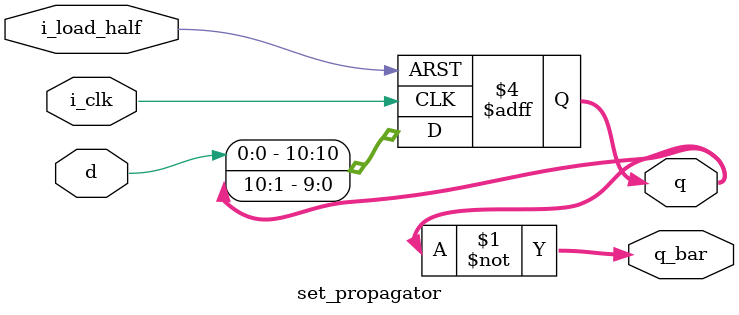
<source format=sv>
/*
==========================================
* SET Signal Propagator

This is to propagate the set signal to the
bottom special register.

* Date: 5/9/24
==========================================
*/

module set_propagator #(
    parameter int ADC_RESOLUTION=10
) (
    input i_clk,
    input i_load_half,  // Load 10'b1_000000000
    input d,  // Set to zero. Hardwired.
    output logic [ADC_RESOLUTION:0] q,  // We output this so the synthesis tool doesnt cry
    output logic [ADC_RESOLUTION:0] q_bar // Our golden boy we actually need this output to control
    // the set of the bottom register which has active low set amazing pdk really thanks synopsys

    // And yes. The width should be one greater than the resolution.
);

assign q_bar = ~q;

always_ff @(posedge i_clk, negedge i_load_half) begin
  if (~i_load_half) q <= {1'b1, {(ADC_RESOLUTION) {1'b0}}};
  else q <= {d, q[ADC_RESOLUTION:1]};
end


endmodule

</source>
